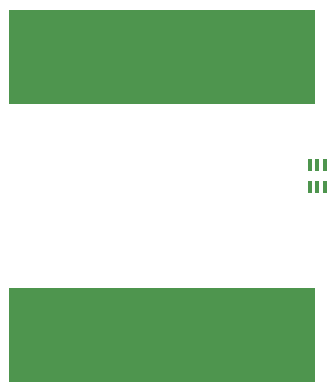
<source format=gbp>
G04 #@! TF.GenerationSoftware,KiCad,Pcbnew,(6.0.5-0)*
G04 #@! TF.CreationDate,2023-03-07T01:44:05-05:00*
G04 #@! TF.ProjectId,antenna-pcb,616e7465-6e6e-4612-9d70-63622e6b6963,3*
G04 #@! TF.SameCoordinates,Original*
G04 #@! TF.FileFunction,Paste,Bot*
G04 #@! TF.FilePolarity,Positive*
%FSLAX46Y46*%
G04 Gerber Fmt 4.6, Leading zero omitted, Abs format (unit mm)*
G04 Created by KiCad (PCBNEW (6.0.5-0)) date 2023-03-07 01:44:05*
%MOMM*%
%LPD*%
G01*
G04 APERTURE LIST*
%ADD10R,26.000000X8.000000*%
%ADD11R,2.000000X8.000000*%
%ADD12R,0.350000X1.000000*%
G04 APERTURE END LIST*
D10*
G04 #@! TO.C,AE1*
X118500000Y-86700000D03*
D11*
X130500000Y-86700000D03*
D10*
X118500000Y-110300000D03*
D11*
X130500000Y-110300000D03*
G04 #@! TD*
D12*
G04 #@! TO.C,U1*
X132350000Y-97700000D03*
X131700000Y-97700000D03*
X131050000Y-97700000D03*
X131050000Y-95900000D03*
X131700000Y-95900000D03*
X132350000Y-95900000D03*
G04 #@! TD*
M02*

</source>
